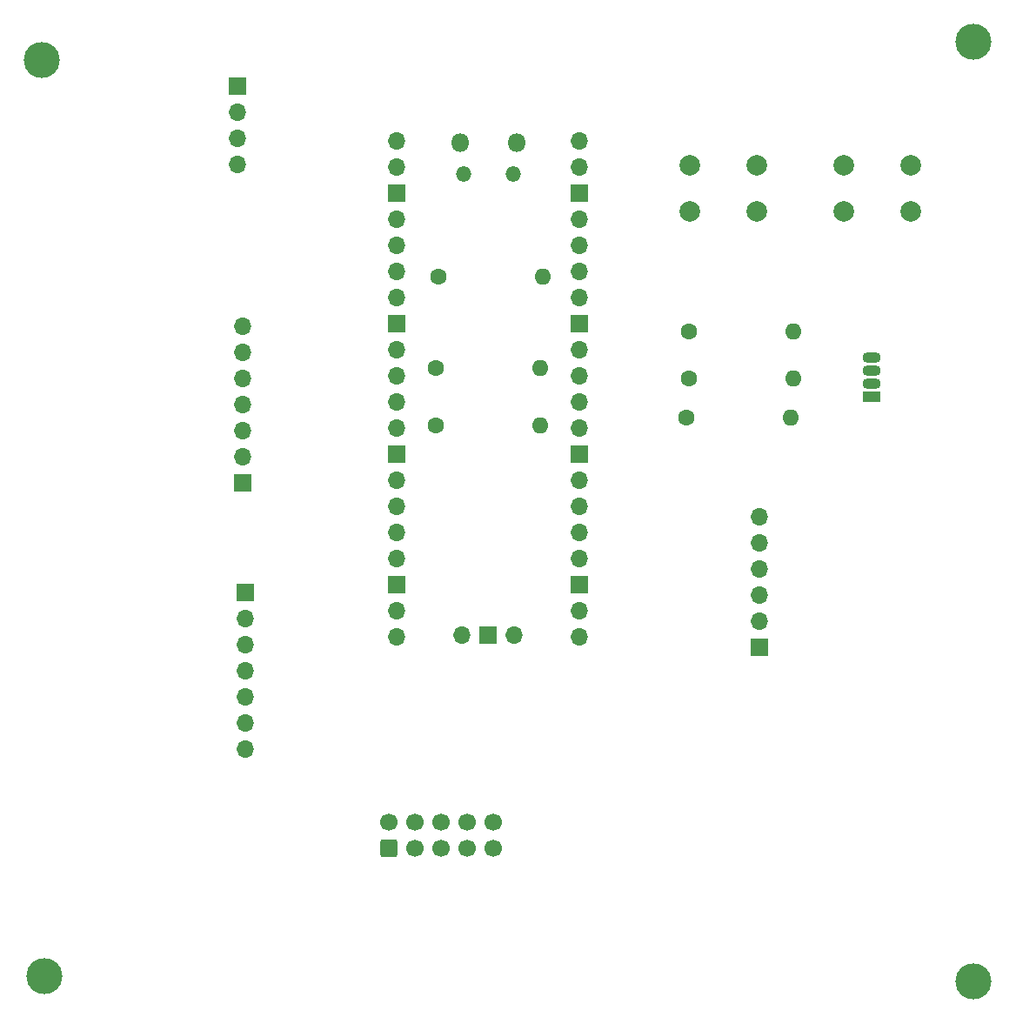
<source format=gbr>
%TF.GenerationSoftware,KiCad,Pcbnew,(6.0.1)*%
%TF.CreationDate,2022-11-25T13:11:30-03:00*%
%TF.ProjectId,Circuito esquem_tico,43697263-7569-4746-9f20-65737175656d,rev?*%
%TF.SameCoordinates,Original*%
%TF.FileFunction,Soldermask,Bot*%
%TF.FilePolarity,Negative*%
%FSLAX46Y46*%
G04 Gerber Fmt 4.6, Leading zero omitted, Abs format (unit mm)*
G04 Created by KiCad (PCBNEW (6.0.1)) date 2022-11-25 13:11:30*
%MOMM*%
%LPD*%
G01*
G04 APERTURE LIST*
G04 Aperture macros list*
%AMRoundRect*
0 Rectangle with rounded corners*
0 $1 Rounding radius*
0 $2 $3 $4 $5 $6 $7 $8 $9 X,Y pos of 4 corners*
0 Add a 4 corners polygon primitive as box body*
4,1,4,$2,$3,$4,$5,$6,$7,$8,$9,$2,$3,0*
0 Add four circle primitives for the rounded corners*
1,1,$1+$1,$2,$3*
1,1,$1+$1,$4,$5*
1,1,$1+$1,$6,$7*
1,1,$1+$1,$8,$9*
0 Add four rect primitives between the rounded corners*
20,1,$1+$1,$2,$3,$4,$5,0*
20,1,$1+$1,$4,$5,$6,$7,0*
20,1,$1+$1,$6,$7,$8,$9,0*
20,1,$1+$1,$8,$9,$2,$3,0*%
G04 Aperture macros list end*
%ADD10C,1.600000*%
%ADD11O,1.600000X1.600000*%
%ADD12R,1.700000X1.700000*%
%ADD13O,1.700000X1.700000*%
%ADD14C,3.500000*%
%ADD15RoundRect,0.250000X0.600000X-0.600000X0.600000X0.600000X-0.600000X0.600000X-0.600000X-0.600000X0*%
%ADD16C,1.700000*%
%ADD17C,2.000000*%
%ADD18R,1.800000X1.070000*%
%ADD19O,1.800000X1.070000*%
%ADD20O,1.800000X1.800000*%
%ADD21O,1.500000X1.500000*%
G04 APERTURE END LIST*
D10*
%TO.C,R6*%
X158496000Y-73406000D03*
D11*
X168656000Y-73406000D03*
%TD*%
D12*
%TO.C,J3*%
X114808000Y-41148000D03*
D13*
X114808000Y-43688000D03*
X114808000Y-46228000D03*
X114808000Y-48768000D03*
%TD*%
D10*
%TO.C,R5*%
X158750000Y-69596000D03*
D11*
X168910000Y-69596000D03*
%TD*%
D12*
%TO.C,J4*%
X165526000Y-95733000D03*
D13*
X165526000Y-93193000D03*
X165526000Y-90653000D03*
X165526000Y-88113000D03*
X165526000Y-85573000D03*
X165526000Y-83033000D03*
%TD*%
D14*
%TO.C,REF\u002A\u002A*%
X96012000Y-127762000D03*
%TD*%
D15*
%TO.C,J6*%
X129540000Y-115316000D03*
D16*
X129540000Y-112776000D03*
X132080000Y-115316000D03*
X132080000Y-112776000D03*
X134620000Y-115316000D03*
X134620000Y-112776000D03*
X137160000Y-115316000D03*
X137160000Y-112776000D03*
X139700000Y-115316000D03*
X139700000Y-112776000D03*
%TD*%
D10*
%TO.C,R4*%
X158750000Y-65024000D03*
D11*
X168910000Y-65024000D03*
%TD*%
D12*
%TO.C,J1*%
X115570000Y-90424000D03*
D13*
X115570000Y-92964000D03*
X115570000Y-95504000D03*
X115570000Y-98044000D03*
X115570000Y-100584000D03*
X115570000Y-103124000D03*
X115570000Y-105664000D03*
%TD*%
D14*
%TO.C,REF\u002A\u002A*%
X95758000Y-38608000D03*
%TD*%
D17*
%TO.C,SW2*%
X165302000Y-48804000D03*
X158802000Y-48804000D03*
X158802000Y-53304000D03*
X165302000Y-53304000D03*
%TD*%
D18*
%TO.C,D1*%
X176530000Y-71374000D03*
D19*
X176530000Y-70104000D03*
X176530000Y-68834000D03*
X176530000Y-67564000D03*
%TD*%
D10*
%TO.C,R1*%
X134366000Y-59690000D03*
D11*
X144526000Y-59690000D03*
%TD*%
D10*
%TO.C,R2*%
X134112000Y-74168000D03*
D11*
X144272000Y-74168000D03*
%TD*%
D20*
%TO.C,U1*%
X141917000Y-46612000D03*
X136467000Y-46612000D03*
D21*
X136767000Y-49642000D03*
X141617000Y-49642000D03*
D13*
X130302000Y-46482000D03*
X130302000Y-49022000D03*
D12*
X130302000Y-51562000D03*
D13*
X130302000Y-54102000D03*
X130302000Y-56642000D03*
X130302000Y-59182000D03*
X130302000Y-61722000D03*
D12*
X130302000Y-64262000D03*
D13*
X130302000Y-66802000D03*
X130302000Y-69342000D03*
X130302000Y-71882000D03*
X130302000Y-74422000D03*
D12*
X130302000Y-76962000D03*
D13*
X130302000Y-79502000D03*
X130302000Y-82042000D03*
X130302000Y-84582000D03*
X130302000Y-87122000D03*
D12*
X130302000Y-89662000D03*
D13*
X130302000Y-92202000D03*
X130302000Y-94742000D03*
X148082000Y-94742000D03*
X148082000Y-92202000D03*
D12*
X148082000Y-89662000D03*
D13*
X148082000Y-87122000D03*
X148082000Y-84582000D03*
X148082000Y-82042000D03*
X148082000Y-79502000D03*
D12*
X148082000Y-76962000D03*
D13*
X148082000Y-74422000D03*
X148082000Y-71882000D03*
X148082000Y-69342000D03*
X148082000Y-66802000D03*
D12*
X148082000Y-64262000D03*
D13*
X148082000Y-61722000D03*
X148082000Y-59182000D03*
X148082000Y-56642000D03*
X148082000Y-54102000D03*
D12*
X148082000Y-51562000D03*
D13*
X148082000Y-49022000D03*
X148082000Y-46482000D03*
X136652000Y-94512000D03*
D12*
X139192000Y-94512000D03*
D13*
X141732000Y-94512000D03*
%TD*%
D12*
%TO.C,J5*%
X115316000Y-79756000D03*
D13*
X115316000Y-77216000D03*
X115316000Y-74676000D03*
X115316000Y-72136000D03*
X115316000Y-69596000D03*
X115316000Y-67056000D03*
X115316000Y-64516000D03*
%TD*%
D10*
%TO.C,R3*%
X134112000Y-68580000D03*
D11*
X144272000Y-68580000D03*
%TD*%
D17*
%TO.C,SW1*%
X173788000Y-48804000D03*
X180288000Y-48804000D03*
X173788000Y-53304000D03*
X180288000Y-53304000D03*
%TD*%
D14*
%TO.C,REF\u002A\u002A*%
X186436000Y-36830000D03*
%TD*%
%TO.C,REF\u002A\u002A*%
X186436000Y-128270000D03*
%TD*%
M02*

</source>
